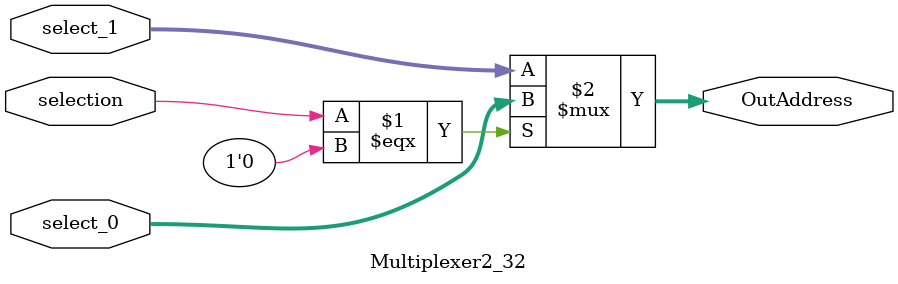
<source format=v>
`timescale 1ns / 1ps

module Multiplexer2_32 (
    input [31:0] select_0,
    input [31:0] select_1,
    input selection,
    output [31:0] OutAddress
    );
    
    assign OutAddress = (selection === 0 ? select_0 : select_1);    

endmodule
</source>
